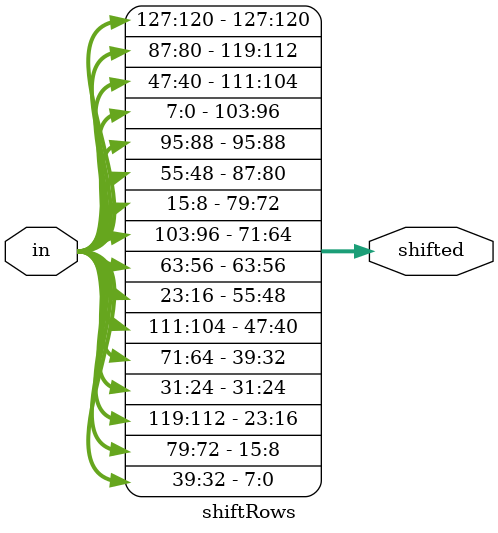
<source format=v>
module shiftRows(input  wire [127:0] in,  
                 output wire [127:0] shifted );
                 
// First row (r = 0) is not shifted
    assign shifted[120+:8] = in[120+:8];
    assign shifted[88+:8] = in[88+:8];
    assign shifted[56+:8] = in[56+:8];
    assign shifted[24+:8] = in[24+:8];            
// Second row (r = 1) is cyclically left shifted by 1 offset
    assign shifted[112+:8] = in[80+:8];
    assign shifted[80+:8] = in[48+:8];
    assign shifted[48+:8] = in[16+:8];
    assign shifted[16+:8] = in[112+:8];
// Third row (r = 2) is cyclically left shifted by 2 offsets
    assign shifted[104+:8] = in[40+:8];
    assign shifted[72+:8] = in[8+:8];
    assign shifted[40+:8] = in[104+:8];
    assign shifted[8+:8] = in[72+:8];    
// Fourth row (r = 3) is cyclically left shifted by 3 offsets
    assign shifted[96+:8] = in[0+:8];
    assign shifted[64+:8] = in[96+:8];
    assign shifted[32+:8] = in[64+:8];
    assign shifted[0+:8] = in[32+:8];
    
    
    
    
endmodule

</source>
